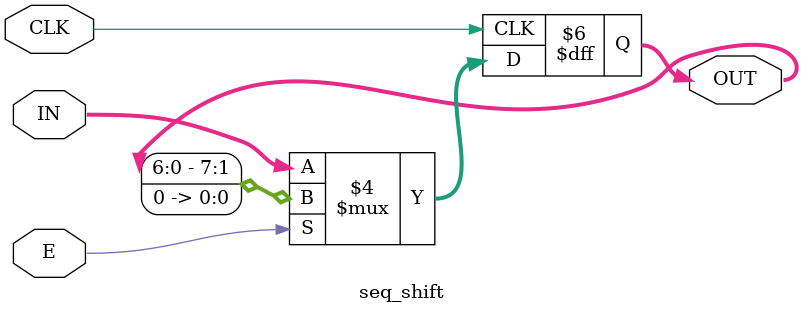
<source format=v>
module seq_shift(CLK, E, IN, OUT);
    input CLK;              // clock signal
    input E;                // active-high enable signal
    input [7:0] IN;         // 1 byte input
    output reg [7:0] OUT;   // 1 byte output
    
    // main logic
    always @(posedge CLK) begin
        if (E) begin
            OUT <= OUT << 1;    // if enabled, shift
        end else begin
            OUT <= IN;          // output the same otherwise
        end
    end
endmodule


</source>
